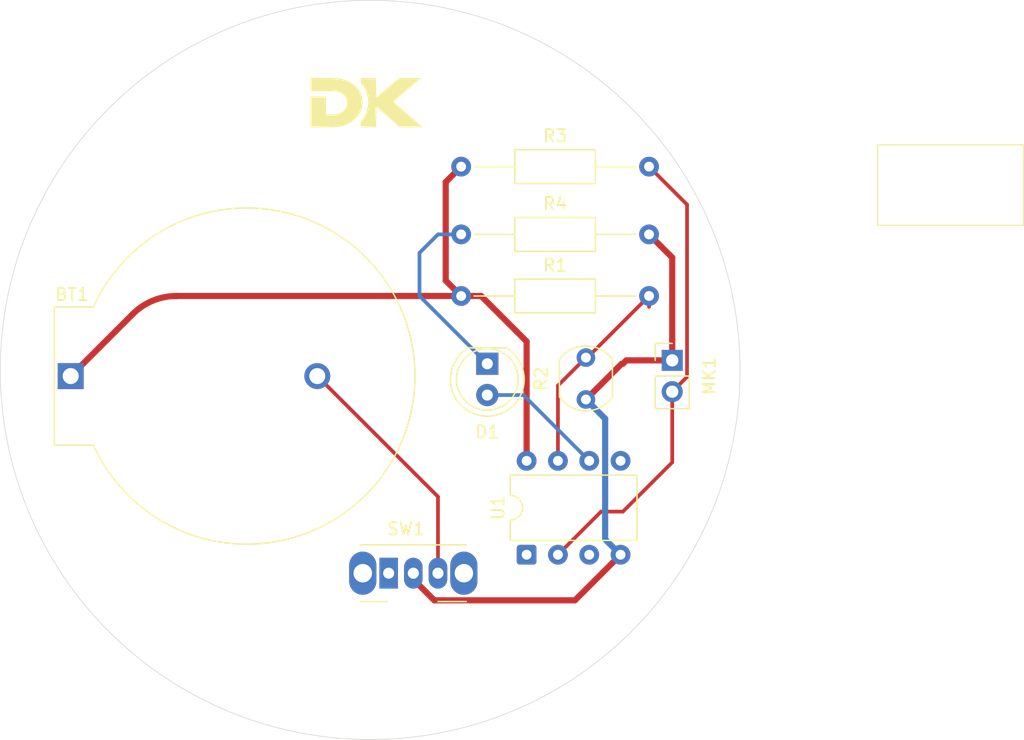
<source format=kicad_pcb>
(kicad_pcb (version 20241229) (generator "pcbnew") (generator_version "9.0")
  (layers (0 "F.Cu" signal) (2 "B.Cu" signal) (13 "F.Paste" user) (15 "B.Paste" user) (5 "F.SilkS" user "F.Silkscreen") (7 "B.SilkS" user "B.Silkscreen") (1 "F.Mask" user) (3 "B.Mask" user) (25 "Edge.Cuts" user))
  (net 0 "")
  (net 1 "Net-(BT1--)")
  (net 2 "+3.3V")
  (net 3 "Net-(D1-K)")
  (net 4 "/LED")
  (net 5 "GND")
  (net 6 "/MIC")
  (net 7 "/LDR")
  (footprint "OptoDevice:R_LDR_5.1x4.3mm_P3.4mm_Vertical" (layer "F.Cu") (at 169.5 99.5 -90)
    (property "Reference" "R2" (at 1.7 3.64 90) (layer "F.SilkS"))
    (property "Value" "5mm LDR")
    (fp_line (start 0.15 2.15) (end 3.2 2.15) (stroke (width 0.12)) (layer "F.SilkS"))
    (fp_line (start 0.15 -2.15) (end 3.2 -2.15) (stroke (width 0.12)) (layer "F.SilkS"))
    (fp_arc (start 0.15 2.15) (mid -0.950438 -0.013368) (end 0.171766 -2.165525) (stroke (width 0.12)) (layer "F.SilkS"))
    (fp_arc (start 3.2 -2.15) (mid 4.321403 -0.027338) (end 3.244513 2.118249) (stroke (width 0.12)) (layer "F.SilkS"))
    (pad "1" thru_hole circle (at 0 0 270) (size 1.5 1.5) (drill 0.8) (layers "*.Cu" "*.Mask") (net 7 "/LDR"))
    (pad "2" thru_hole circle (at 3.4 0 270) (size 1.5 1.5) (drill 0.8) (layers "*.Cu" "*.Mask") (net 5 "GND"))
  )
  (footprint "Connector_PinHeader_2.54mm:PinHeader_1x02_P2.54mm_Vertical" (layer "F.Cu") (at 176.5 99.725)
    (property "Reference" "MK1" (at 3 1.275 90) (layer "F.SilkS"))
    (property "Value" "Microphone_Condenser")
    (fp_line (start -1.38 -1.38) (end 0 -1.38) (stroke (width 0.12)) (layer "F.SilkS"))
    (fp_line (start -1.38 0) (end -1.38 -1.38) (stroke (width 0.12)) (layer "F.SilkS"))
    (fp_line (start -1.38 1.27) (end -1.38 3.92) (stroke (width 0.12)) (layer "F.SilkS"))
    (fp_line (start -1.38 1.27) (end 1.38 1.27) (stroke (width 0.12)) (layer "F.SilkS"))
    (fp_line (start -1.38 3.92) (end 1.38 3.92) (stroke (width 0.12)) (layer "F.SilkS"))
    (fp_line (start 1.38 1.27) (end 1.38 3.92) (stroke (width 0.12)) (layer "F.SilkS"))
    (pad "1" thru_hole rect (at 0 0) (size 1.7 1.7) (drill 1) (layers "*.Cu" "*.Mask") (net 5 "GND"))
    (pad "2" thru_hole circle (at 0 2.54) (size 1.7 1.7) (drill 1) (layers "*.Cu" "*.Mask") (net 6 "/MIC"))
  )
  (footprint "Resistor_THT:R_Axial_DIN0207_L6.3mm_D2.5mm_P15.24mm_Horizontal" (layer "F.Cu") (at 159.38 84)
    (property "Reference" "R3" (at 7.62 -2.5 0) (layer "F.SilkS"))
    (property "Value" "5.6k")
    (fp_line (start 1.04 0) (end 4.35 0) (stroke (width 0.12)) (layer "F.SilkS"))
    (fp_line (start 14.2 0) (end 10.89 0) (stroke (width 0.12)) (layer "F.SilkS"))
    (fp_rect (start 4.35 -1.37) (end 10.89 1.37) (stroke (width 0.12)) (fill no) (layer "F.SilkS"))
    (pad "1" thru_hole circle (at 0 0) (size 1.6 1.6) (drill 0.8) (layers "*.Cu" "*.Mask") (net 2 "+3.3V"))
    (pad "2" thru_hole circle (at 15.24 0) (size 1.6 1.6) (drill 0.8) (layers "*.Cu" "*.Mask") (net 6 "/MIC"))
  )
  (footprint "LOGO" (layer "F.Cu") (at 151.915435 78.764812)
    (property "Reference" "G***" (hide yes))
    (property "Value" "LOGO" (hide yes))
    (fp_poly (pts (xy -3.745657 -1.960736) (xy -3.409597 -1.959574) (xy -3.128908 -1.956083) (xy -2.897721 -1.950062) (xy -2.710166 -1.941308) (xy -2.560373 -1.929619) (xy -2.451146 -1.916141) (xy -2.056158 -1.831112) (xy -1.701024 -1.703246) (xy -1.387548 -1.533713) (xy -1.117532 -1.323683) (xy -0.892778 -1.074328) (xy -0.716556 -0.789736) (xy -0.597483 -0.487971) (xy -0.536411 -0.176447) (xy -0.532201 0.138545) (xy -0.583715 0.450711) (xy -0.689814 0.753761) (xy -0.849362 1.041402) (xy -1.061218 1.307341) (xy -1.10395 1.351547) (xy -1.228071 1.470448) (xy -1.340941 1.562037) (xy -1.463998 1.641496) (xy -1.618683 1.724011) (xy -1.656083 1.742603) (xy -1.797649 1.811348) (xy -1.922987 1.868252) (xy -2.039821 1.914512) (xy -2.155875 1.951328) (xy -2.278871 1.979897) (xy -2.416533 2.001417) (xy -2.576584 2.017086) (xy -2.766747 2.028102) (xy -2.994745 2.035664) (xy -3.268302 2.040969) (xy -3.595141 2.045216) (xy -3.60778 2.045362) (xy -4.749095 2.058496) (xy -4.749095 0.799453) (xy -4.749095 -0.45959) (xy -4.120989 -0.45959) (xy -3.492883 -0.45959) (xy -3.492883 0.275754) (xy -3.492883 1.011098) (xy -3.17883 1.01092) (xy -3.021808 1.007825) (xy -2.865136 0.999684) (xy -2.733398 0.987967) (xy -2.686432 0.981534) (xy -2.439923 0.91629) (xy -2.217744 0.808597) (xy -2.030121 0.665098) (xy -1.887281 0.492433) (xy -1.85911 0.44427) (xy -1.813873 0.314615) (xy -1.791148 0.150677) (xy -1.790935 -0.024831) (xy -1.813234 -0.189199) (xy -1.858044 -0.319715) (xy -1.85911 -0.321713) (xy -1.954203 -0.457713) (xy -2.086343 -0.593212) (xy -2.234723 -0.707516) (xy -2.26731 -0.727664) (xy -2.34173 -0.769025) (xy -2.415206 -0.802673) (xy -2.494875 -0.829394) (xy -2.587873 -0.849974) (xy -2.701337 -0.8652) (xy -2.842403 -0.875856) (xy -3.018209 -0.88273) (xy -3.235891 -0.886606) (xy -3.502586 -0.88827) (xy -3.728239 -0.888541) (xy -4.749095 -0.888541) (xy -4.749095 -1.424729) (xy -4.749095 -1.960917)) (fill yes) (layer "F.SilkS"))
    (fp_poly (pts (xy -0.053619 -1.953891) (xy 0.566828 -1.945597) (xy 0.566828 -1.171941) (xy 0.567739 -0.962009) (xy 0.570303 -0.774349) (xy 0.574267 -0.617011) (xy 0.579377 -0.498046) (xy 0.585378 -0.425503) (xy 0.59096 -0.406342) (xy 0.622649 -0.428664) (xy 0.689769 -0.482862) (xy 0.781798 -0.560271) (xy 0.866714 -0.63346) (xy 0.959192 -0.713334) (xy 1.089165 -0.824695) (xy 1.247257 -0.959557) (xy 1.424092 -1.109933) (xy 1.610295 -1.267837) (xy 1.774505 -1.406718) (xy 2.430674 -1.960917) (xy 3.314131 -1.960917) (xy 3.539688 -1.960068) (xy 3.743988 -1.957667) (xy 3.919394 -1.953936) (xy 4.058266 -1.949096) (xy 4.152965 -1.943368) (xy 4.195853 -1.936971) (xy 4.197587 -1.935367) (xy 4.174734 -1.911231) (xy 4.10924 -1.851987) (xy 4.0057 -1.761563) (xy 3.868711 -1.643885) (xy 3.702869 -1.502879) (xy 3.512772 -1.342472) (xy 3.303015 -1.16659) (xy 3.079737 -0.980443) (xy 2.779595 -0.729722) (xy 2.527616 -0.516675) (xy 2.323816 -0.341316) (xy 2.168212 -0.20366) (xy 2.060821 -0.103722) (xy 2.00166 -0.041517) (xy 1.989606 -0.017875) (xy 2.017736 0.008049) (xy 2.08792 0.06982) (xy 2.195602 0.163507) (xy 2.336225 0.285175) (xy 2.505233 0.430892) (xy 2.69807 0.596724) (xy 2.91018 0.778738) (xy 3.137006 0.973001) (xy 3.18127 1.010868) (xy 3.408932 1.20628) (xy 3.621307 1.389902) (xy 3.814036 1.557872) (xy 3.98276 1.706327) (xy 4.12312 1.831404) (xy 4.230759 1.929241) (xy 4.301317 1.995976) (xy 4.330437 2.027746) (xy 4.330872 2.029625) (xy 4.29777 2.035477) (xy 4.211076 2.040787) (xy 4.078473 2.045362) (xy 3.907647 2.049011) (xy 3.706282 2.051539) (xy 3.482063 2.052754) (xy 3.40631 2.052835) (xy 2.496092 2.052835) (xy 1.822534 1.466489) (xy 1.633431 1.301729) (xy 1.444134 1.136538) (xy 1.263972 0.979078) (xy 1.102275 0.83751) (xy 0.968372 0.719993) (xy 0.873221 0.636129) (xy 0.597467 0.392114) (xy 0.582147 1.214814) (xy 0.566828 2.037515) (xy -0.053619 2.045809) (xy -0.674065 2.054103) (xy -0.674065 1.822359) (xy -0.672094 1.700482) (xy -0.661576 1.617053) (xy -0.635606 1.549263) (xy -0.587278 1.474304) (xy -0.555592 1.431074) (xy -0.408205 1.215812) (xy -0.296679 1.010465) (xy -0.207144 0.789141) (xy -0.198792 0.764913) (xy -0.110057 0.41713) (xy -0.075499 0.063138) (xy -0.09373 -0.288699) (xy -0.163366 -0.630015) (xy -0.283021 -0.952445) (xy -0.451308 -1.247626) (xy -0.554821 -1.384267) (xy -0.617646 -1.463689) (xy -0.653351 -1.52754) (xy -0.669568 -1.598904) (xy -0.673927 -1.700862) (xy -0.674065 -1.744913) (xy -0.674065 -1.962186)) (fill yes) (layer "F.SilkS"))
  )
  (footprint "LED_THT:LED_D5.0mm" (layer "F.Cu") (at 161.5 100 -90)
    (property "Reference" "D1" (at 5.54 0 0) (layer "F.SilkS"))
    (property "Value" "5mm Yellow LED")
    (fp_line (start -1.29 -1.545) (end -1.29 1.545) (stroke (width 0.12)) (layer "F.SilkS"))
    (fp_arc (start 4.26 0) (mid 2.071779 2.880495) (end -1.29 1.54483) (stroke (width 0.12)) (layer "F.SilkS"))
    (fp_arc (start -1.29 -1.54483) (mid 2.071779 -2.880495) (end 4.26 0) (stroke (width 0.12)) (layer "F.SilkS"))
    (fp_circle (center 1.27 0) (end 3.77 0) (stroke (width 0.12)) (fill no) (layer "F.SilkS"))
    (pad "1" thru_hole rect (at 0 0 270) (size 1.8 1.8) (drill 0.9) (layers "*.Cu" "*.Mask") (net 3 "Net-(D1-K)"))
    (pad "2" thru_hole circle (at 2.54 0 270) (size 1.8 1.8) (drill 0.9) (layers "*.Cu" "*.Mask") (net 4 "/LED"))
  )
  (footprint "Resistor_THT:R_Axial_DIN0207_L6.3mm_D2.5mm_P15.24mm_Horizontal" (layer "F.Cu") (at 159.38 89.5)
    (property "Reference" "R4" (at 7.62 -2.5 0) (layer "F.SilkS"))
    (property "Value" "470")
    (fp_line (start 1.04 0) (end 4.35 0) (stroke (width 0.12)) (layer "F.SilkS"))
    (fp_line (start 14.2 0) (end 10.89 0) (stroke (width 0.12)) (layer "F.SilkS"))
    (fp_rect (start 4.35 -1.37) (end 10.89 1.37) (stroke (width 0.12)) (fill no) (layer "F.SilkS"))
    (pad "1" thru_hole circle (at 0 0) (size 1.6 1.6) (drill 0.8) (layers "*.Cu" "*.Mask") (net 3 "Net-(D1-K)"))
    (pad "2" thru_hole circle (at 15.24 0) (size 1.6 1.6) (drill 0.8) (layers "*.Cu" "*.Mask") (net 5 "GND"))
  )
  (footprint "Package_DIP:DIP-8_W7.62mm" (layer "F.Cu") (at 164.69 115.5 90)
    (property "Reference" "U1" (at 3.81 -2.33 90) (layer "F.SilkS"))
    (property "Value" "ATtiny85V-10P")
    (fp_line (start 6.46 -1.33) (end 4.81 -1.33) (stroke (width 0.12)) (layer "F.SilkS"))
    (fp_line (start 2.81 -1.33) (end 1.16 -1.33) (stroke (width 0.12)) (layer "F.SilkS"))
    (fp_line (start 1.16 -1.33) (end 1.16 8.95) (stroke (width 0.12)) (layer "F.SilkS"))
    (fp_line (start 6.46 8.95) (end 6.46 -1.33) (stroke (width 0.12)) (layer "F.SilkS"))
    (fp_line (start 1.16 8.95) (end 6.46 8.95) (stroke (width 0.12)) (layer "F.SilkS"))
    (fp_arc (start 4.81 -1.33) (mid 3.81 -0.33) (end 2.81 -1.33) (stroke (width 0.12)) (layer "F.SilkS"))
    (pad "1" thru_hole roundrect (at 0 0 90) (size 1.6 1.6) (drill 0.8) (layers "*.Cu" "*.Mask") (roundrect_rratio 0.15625))
    (pad "2" thru_hole circle (at 0 2.54 90) (size 1.6 1.6) (drill 0.8) (layers "*.Cu" "*.Mask") (net 6 "/MIC"))
    (pad "3" thru_hole circle (at 0 5.08 90) (size 1.6 1.6) (drill 0.8) (layers "*.Cu" "*.Mask"))
    (pad "4" thru_hole circle (at 0 7.62 90) (size 1.6 1.6) (drill 0.8) (layers "*.Cu" "*.Mask") (net 5 "GND"))
    (pad "5" thru_hole circle (at 7.62 7.62 90) (size 1.6 1.6) (drill 0.8) (layers "*.Cu" "*.Mask"))
    (pad "6" thru_hole circle (at 7.62 5.08 90) (size 1.6 1.6) (drill 0.8) (layers "*.Cu" "*.Mask") (net 4 "/LED"))
    (pad "7" thru_hole circle (at 7.62 2.54 90) (size 1.6 1.6) (drill 0.8) (layers "*.Cu" "*.Mask") (net 7 "/LDR"))
    (pad "8" thru_hole circle (at 7.62 0 90) (size 1.6 1.6) (drill 0.8) (layers "*.Cu" "*.Mask") (net 2 "+3.3V"))
  )
  (footprint "Button_Switch_THT:SW_Slide_SPDT_Angled_CK_OS102011MA1Q" (layer "F.Cu") (at 153.5 117)
    (property "Reference" "SW1" (at 1.4 -3.6 0) (layer "F.SilkS"))
    (property "Value" "SW_SPDT")
    (fp_line (start -2.3 -2.3) (end 6.3 -2.3) (stroke (width 0.12)) (layer "F.SilkS"))
    (fp_line (start -2.3 2.3) (end -0.1 2.3) (stroke (width 0.12)) (layer "F.SilkS"))
    (fp_line (start 4 2.3) (end 6.3 2.3) (stroke (width 0.12)) (layer "F.SilkS"))
    (pad "" thru_hole oval (at -2.1 0) (size 2.2 3.5) (drill 1.5) (layers "*.Cu" "*.Mask"))
    (pad "" thru_hole oval (at 6.1 0) (size 2.2 3.5) (drill 1.5) (layers "*.Cu" "*.Mask"))
    (pad "1" thru_hole rect (at 0 0) (size 1.5 2.5) (drill 0.9) (layers "*.Cu" "*.Mask"))
    (pad "2" thru_hole oval (at 2 0) (size 1.5 2.5) (drill 0.9) (layers "*.Cu" "*.Mask") (net 5 "GND"))
    (pad "3" thru_hole oval (at 4 0) (size 1.5 2.5) (drill 0.9) (layers "*.Cu" "*.Mask") (net 1 "Net-(BT1--)"))
  )
  (footprint "Resistor_THT:R_Axial_DIN0207_L6.3mm_D2.5mm_P15.24mm_Horizontal" (layer "F.Cu") (at 159.38 94.5)
    (property "Reference" "R1" (at 7.62 -2.5 0) (layer "F.SilkS"))
    (property "Value" "10k")
    (fp_line (start 1.04 0) (end 4.35 0) (stroke (width 0.12)) (layer "F.SilkS"))
    (fp_line (start 14.2 0) (end 10.89 0) (stroke (width 0.12)) (layer "F.SilkS"))
    (fp_rect (start 4.35 -1.37) (end 10.89 1.37) (stroke (width 0.12)) (fill no) (layer "F.SilkS"))
    (pad "1" thru_hole circle (at 0 0) (size 1.6 1.6) (drill 0.8) (layers "*.Cu" "*.Mask") (net 2 "+3.3V"))
    (pad "2" thru_hole circle (at 15.24 0) (size 1.6 1.6) (drill 0.8) (layers "*.Cu" "*.Mask") (net 7 "/LDR"))
  )
  (footprint "Battery:BatteryHolder_ComfortableElectronic_CH273-2450_1x2450" (layer "F.Cu") (at 127.710914 101)
    (property "Reference" "BT1" (at 0.1 -6.62 0) (layer "F.SilkS"))
    (property "Value" "3.3V Cell")
    (fp_line (start -1.33 -5.61) (end 1.845 -5.61) (stroke (width 0.12)) (layer "F.SilkS"))
    (fp_line (start -1.33 5.61) (end -1.33 -5.61) (stroke (width 0.12)) (layer "F.SilkS"))
    (fp_line (start 1.845 5.61) (end -1.33 5.61) (stroke (width 0.12)) (layer "F.SilkS"))
    (fp_arc (start 1.845 -5.61) (mid 27.921896 0) (end 1.845 5.61) (stroke (width 0.12)) (layer "F.SilkS"))
    (pad "1" thru_hole rect (at 0 0 270) (size 2.1 2.1) (drill 1.3) (layers "*.Cu" "*.Mask") (net 2 "+3.3V"))
    (pad "2" thru_hole circle (at 20 0 270) (size 2.1 2.1) (drill 1.3) (layers "*.Cu" "*.Mask") (net 1 "Net-(BT1--)"))
  )
  (gr_rect (start 193.169126 82.235187) (end 205 88.764812) (stroke (width 0.1)) (fill no) (layer "F.SilkS"))
  (gr_circle (center 152 100.5) (end 182 100.5) (stroke (width 0.05)) (fill no) (layer "Edge.Cuts"))
  (segment (start 157.5 110.789086) (end 157.5 117) (width 0.3) (layer "F.Cu") (net 1))
  (segment (start 147.710914 101) (end 157.5 110.789086) (width 0.3) (layer "F.Cu") (net 1))
  (segment (start 158.129 93.249) (end 158.129 85.251) (width 0.5) (layer "F.Cu") (net 2))
  (segment (start 159.38 94.5) (end 161 94.5) (width 0.5) (layer "F.Cu") (net 2))
  (segment (start 161 94.5) (end 164.69 98.19) (width 0.5) (layer "F.Cu") (net 2))
  (segment (start 136.281982 94.5) (end 159.38 94.5) (width 0.5) (layer "F.Cu") (net 2))
  (segment (start 164.69 98.19) (end 164.69 107.88) (width 0.5) (layer "F.Cu") (net 2))
  (segment (start 159.38 94.5) (end 158.129 93.249) (width 0.5) (layer "F.Cu") (net 2))
  (segment (start 127.710914 101) (end 132.746448 95.964466) (width 0.5) (layer "F.Cu") (net 2))
  (segment (start 158.129 85.251) (end 159.38 84) (width 0.5) (layer "F.Cu") (net 2))
  (arc (start 132.746448 95.964466) (mid 134.368565 94.880602) (end 136.281982 94.5) (width 0.5) (layer "F.Cu") (net 2))
  (segment (start 157.5 89.5) (end 159.38 89.5) (width 0.3) (layer "B.Cu") (net 3))
  (segment (start 161.5 100) (end 156 94.5) (width 0.3) (layer "B.Cu") (net 3))
  (segment (start 156 91) (end 157.5 89.5) (width 0.3) (layer "B.Cu") (net 3))
  (segment (start 156 94.5) (end 156 91) (width 0.3) (layer "B.Cu") (net 3))
  (segment (start 164.43 102.54) (end 161.5 102.54) (width 0.3) (layer "B.Cu") (net 4))
  (segment (start 169.77 107.88) (end 164.43 102.54) (width 0.3) (layer "B.Cu") (net 4))
  (segment (start 176.5 91.38) (end 176.5 99.725) (width 0.5) (layer "F.Cu") (net 5))
  (segment (start 172.775 99.725) (end 176.5 99.725) (width 0.5) (layer "F.Cu") (net 5))
  (segment (start 172.4 100) (end 172.5 100) (width 0.5) (layer "F.Cu") (net 5))
  (segment (start 168.609 119.201) (end 172.31 115.5) (width 0.5) (layer "F.Cu") (net 5))
  (segment (start 169.5 102.9) (end 172.4 100) (width 0.5) (layer "F.Cu") (net 5))
  (segment (start 155.5 117) (end 155.5 117.5) (width 0.5) (layer "F.Cu") (net 5))
  (segment (start 155.5 117.5) (end 157.201 119.201) (width 0.5) (layer "F.Cu") (net 5))
  (segment (start 169.28 103.28) (end 169.86 102.7) (width 0.3) (layer "F.Cu") (net 5))
  (segment (start 172.5 100) (end 172.775 99.725) (width 0.5) (layer "F.Cu") (net 5))
  (segment (start 174.62 89.5) (end 176.5 91.38) (width 0.5) (layer "F.Cu") (net 5))
  (segment (start 157.201 119.201) (end 168.609 119.201) (width 0.5) (layer "F.Cu") (net 5))
  (segment (start 171.059 114.249) (end 172.31 115.5) (width 0.5) (layer "B.Cu") (net 5))
  (segment (start 171.059 104.459) (end 171.059 114.249) (width 0.5) (layer "B.Cu") (net 5))
  (segment (start 169.5 102.9) (end 171.059 104.459) (width 0.5) (layer "B.Cu") (net 5))
  (segment (start 176.5 102.265) (end 176.5 108) (width 0.3) (layer "F.Cu") (net 6))
  (segment (start 177.701 87.081) (end 174.62 84) (width 0.3) (layer "F.Cu") (net 6))
  (segment (start 177.701 101.064) (end 177.701 87.081) (width 0.3) (layer "F.Cu") (net 6))
  (segment (start 172.5 112) (end 170.73 112) (width 0.3) (layer "F.Cu") (net 6))
  (segment (start 176.5 108) (end 172.5 112) (width 0.3) (layer "F.Cu") (net 6))
  (segment (start 170.73 112) (end 167.23 115.5) (width 0.3) (layer "F.Cu") (net 6))
  (segment (start 176.5 102.265) (end 177.701 101.064) (width 0.3) (layer "F.Cu") (net 6))
  (segment (start 169.5 99.5) (end 169.62 99.5) (width 0.3) (layer "F.Cu") (net 7))
  (segment (start 167.23 107.88) (end 167.23 101.77) (width 0.3) (layer "F.Cu") (net 7))
  (segment (start 167.23 101.77) (end 169.5 99.5) (width 0.3) (layer "F.Cu") (net 7))
  (segment (start 174.62 95.38) (end 174.62 94.5) (width 0.3) (layer "F.Cu") (net 7))
  (segment (start 169.62 99.5) (end 174.62 94.5) (width 0.3) (layer "F.Cu") (net 7))
)
</source>
